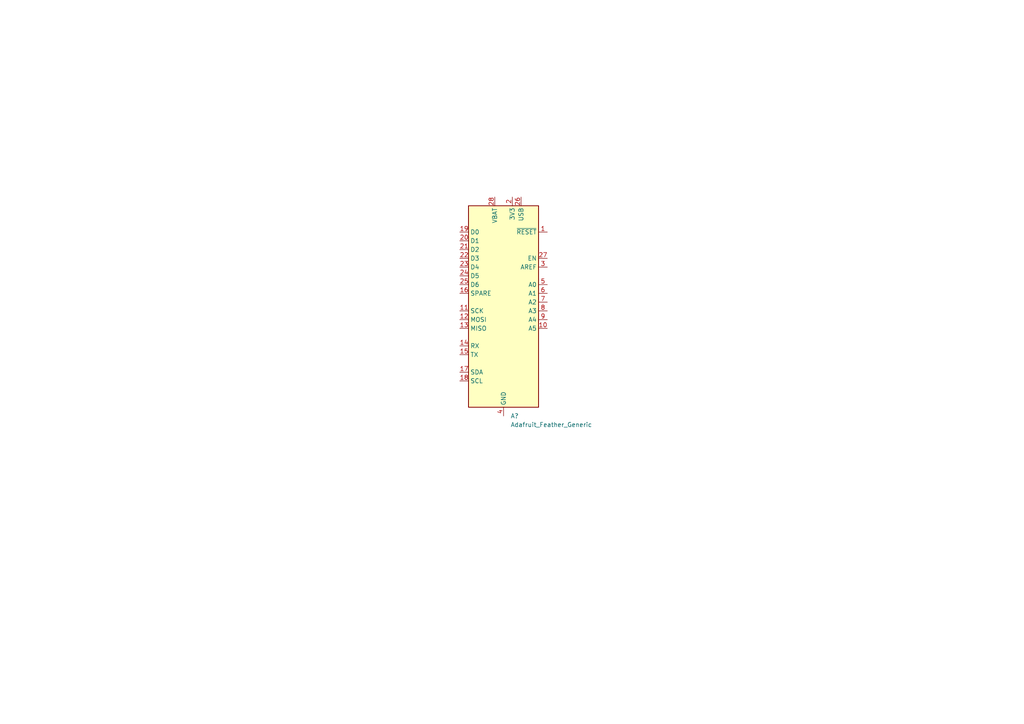
<source format=kicad_sch>
(kicad_sch (version 20211123) (generator eeschema)
  (paper "A4")
  (title_block (title "Controller for ROV") (date "2023-12-30") (rev "1"))
  (lib_symbols
    (symbol "MCU_Module:Adafruit_Feather_Generic"
      (property "Reference" "A" (at -10.16 29.21 0))
      (property "Value" "Adafruit_Feather_Generic" (at 2.54 -31.75 0))
      (symbol "Adafruit_Feather_Generic_0_1"
        (rectangle (start -10.16 27.94) (end 10.16 -30.48) (stroke (width 0.254)) (fill (type background)))
      )
      (symbol "Adafruit_Feather_Generic_1_1"
        (pin input line (at 12.7 20.32 180) (length 2.54) (name "~{RESET}") (number "1"))
        (pin bidirectional line (at 12.7 -7.62 180) (length 2.54) (name "A5") (number "10"))
        (pin bidirectional line (at -12.7 -2.54 0) (length 2.54) (name "SCK") (number "11"))
        (pin bidirectional line (at -12.7 -5.08 0) (length 2.54) (name "MOSI") (number "12"))
        (pin bidirectional line (at -12.7 -7.62 0) (length 2.54) (name "MISO") (number "13"))
        (pin bidirectional line (at -12.7 -12.7 0) (length 2.54) (name "RX") (number "14"))
        (pin bidirectional line (at -12.7 -15.24 0) (length 2.54) (name "TX") (number "15"))
        (pin bidirectional line (at -12.7 2.54 0) (length 2.54) (name "SPARE") (number "16"))
        (pin bidirectional line (at -12.7 -20.32 0) (length 2.54) (name "SDA") (number "17"))
        (pin bidirectional line (at -12.7 -22.86 0) (length 2.54) (name "SCL") (number "18"))
        (pin bidirectional line (at -12.7 20.32 0) (length 2.54) (name "D0") (number "19"))
        (pin power_in line (at 2.54 30.48 270) (length 2.54) (name "3V3") (number "2"))
        (pin bidirectional line (at -12.7 17.78 0) (length 2.54) (name "D1") (number "20"))
        (pin bidirectional line (at -12.7 15.24 0) (length 2.54) (name "D2") (number "21"))
        (pin bidirectional line (at -12.7 12.7 0) (length 2.54) (name "D3") (number "22"))
        (pin bidirectional line (at -12.7 10.16 0) (length 2.54) (name "D4") (number "23"))
        (pin bidirectional line (at -12.7 7.62 0) (length 2.54) (name "D5") (number "24"))
        (pin bidirectional line (at -12.7 5.08 0) (length 2.54) (name "D6") (number "25"))
        (pin power_in line (at 5.08 30.48 270) (length 2.54) (name "USB") (number "26"))
        (pin input line (at 12.7 12.7 180) (length 2.54) (name "EN") (number "27"))
        (pin power_in line (at -2.54 30.48 270) (length 2.54) (name "VBAT") (number "28"))
        (pin input line (at 12.7 10.16 180) (length 2.54) (name "AREF") (number "3"))
        (pin power_in line (at 0 -33.02 90) (length 2.54) (name "GND") (number "4"))
        (pin bidirectional line (at 12.7 5.08 180) (length 2.54) (name "A0") (number "5"))
        (pin bidirectional line (at 12.7 2.54 180) (length 2.54) (name "A1") (number "6"))
        (pin bidirectional line (at 12.7 0 180) (length 2.54) (name "A2") (number "7"))
        (pin bidirectional line (at 12.7 -2.54 180) (length 2.54) (name "A3") (number "8"))
        (pin bidirectional line (at 12.7 -5.08 180) (length 2.54) (name "A4") (number "9"))
      )
    )
  )
  (symbol (lib_id "MCU_Module:Adafruit_Feather_Generic") (at 146.05 87.63 0) (unit 1)
    (property "Reference" "A?" (at 148.0694 120.65 0) (effects (justify left)))
    (property "Value" "Adafruit_Feather_Generic" (at 148.0694 123.19 0) (effects (justify left)))
    (property "Footprint" "Module:Adafruit_Feather" (effects hide))
    (property "Datasheet" "https://cdn-learn.adafruit.com/downloads/pdf/adafruit-feather.pdf" (effects hide))
  )
)
</source>
